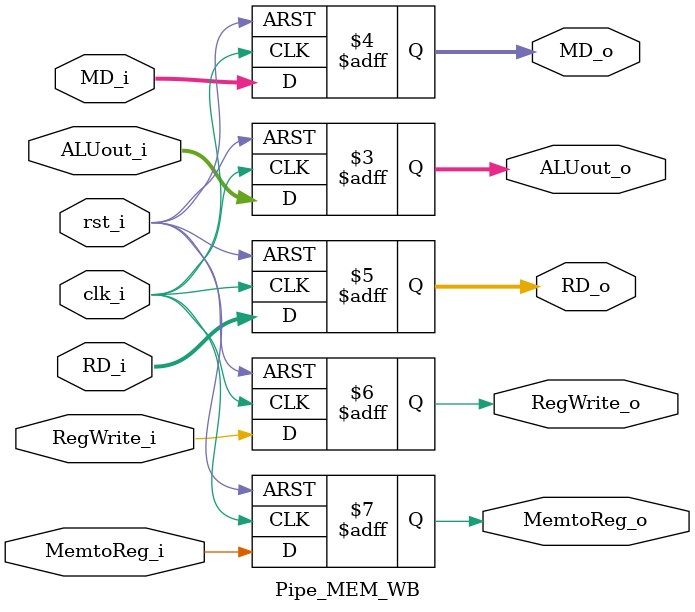
<source format=v>
module Pipe_MEM_WB (
         clk_i,
         rst_i,

         MD_i,
         ALUout_i,
         RD_i,

         MD_o,
         ALUout_o,
         RD_o,

         RegWrite_i,
         MemtoReg_i,
         RegWrite_o,
         MemtoReg_o,

       );

input clk_i;
input rst_i;
input [31:0] ALUout_i;
input [31:0] MD_i;
input [4:0] RD_i;

output reg [31:0] ALUout_o;
output reg [31:0] MD_o;
output reg [4:0] RD_o;

input RegWrite_i, MemtoReg_i;
output reg RegWrite_o, MemtoReg_o;

always@(posedge clk_i or negedge rst_i)
  begin
    if(~rst_i)
      begin
        ALUout_o <= 32'b0;
        MD_o <= 32'b0;
        RD_o <= 32'b0;
        RegWrite_o <= 0;
        MemtoReg_o <= 0;
      end
    else
      begin
        ALUout_o <= ALUout_i;
        MD_o <= MD_i;
        RD_o <= RD_i;
        RegWrite_o <= RegWrite_i;
        MemtoReg_o <= MemtoReg_i;
      end
  end



endmodule

</source>
